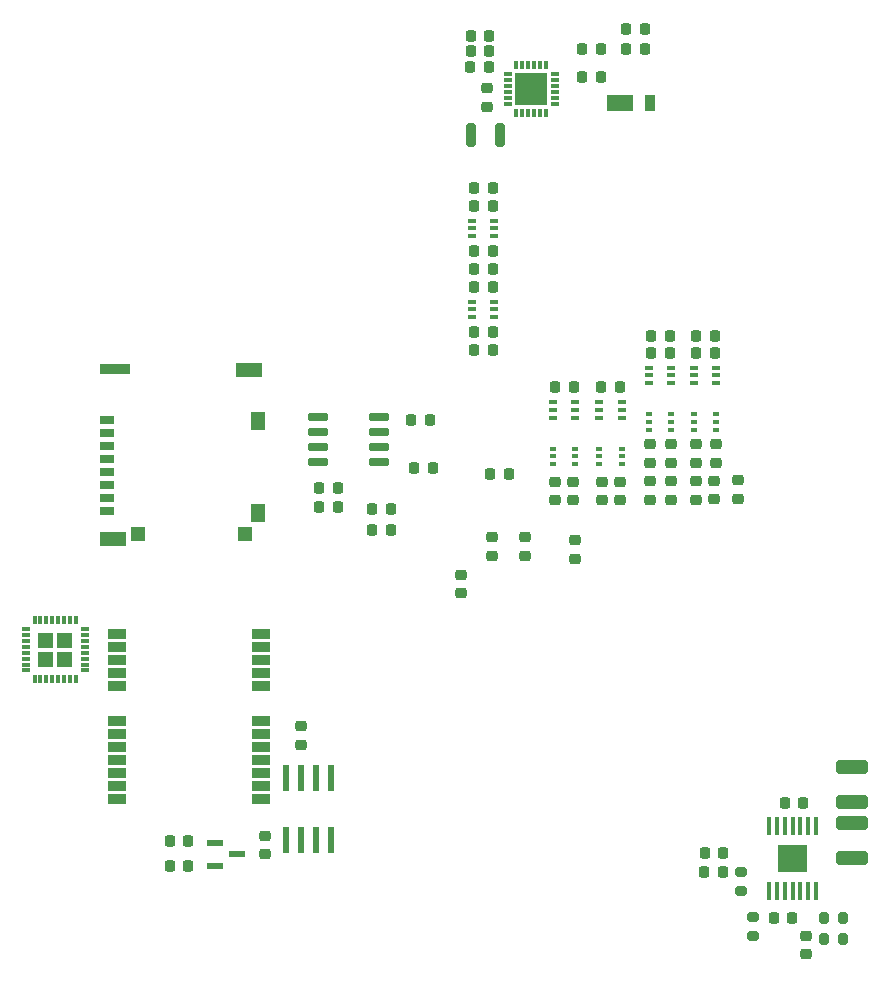
<source format=gbp>
%TF.GenerationSoftware,KiCad,Pcbnew,(6.0.5)*%
%TF.CreationDate,2022-08-04T22:39:57-07:00*%
%TF.ProjectId,mainboard,6d61696e-626f-4617-9264-2e6b69636164,rev?*%
%TF.SameCoordinates,Original*%
%TF.FileFunction,Paste,Bot*%
%TF.FilePolarity,Positive*%
%FSLAX46Y46*%
G04 Gerber Fmt 4.6, Leading zero omitted, Abs format (unit mm)*
G04 Created by KiCad (PCBNEW (6.0.5)) date 2022-08-04 22:39:57*
%MOMM*%
%LPD*%
G01*
G04 APERTURE LIST*
G04 Aperture macros list*
%AMRoundRect*
0 Rectangle with rounded corners*
0 $1 Rounding radius*
0 $2 $3 $4 $5 $6 $7 $8 $9 X,Y pos of 4 corners*
0 Add a 4 corners polygon primitive as box body*
4,1,4,$2,$3,$4,$5,$6,$7,$8,$9,$2,$3,0*
0 Add four circle primitives for the rounded corners*
1,1,$1+$1,$2,$3*
1,1,$1+$1,$4,$5*
1,1,$1+$1,$6,$7*
1,1,$1+$1,$8,$9*
0 Add four rect primitives between the rounded corners*
20,1,$1+$1,$2,$3,$4,$5,0*
20,1,$1+$1,$4,$5,$6,$7,0*
20,1,$1+$1,$6,$7,$8,$9,0*
20,1,$1+$1,$8,$9,$2,$3,0*%
G04 Aperture macros list end*
%ADD10R,1.625600X0.812800*%
%ADD11R,0.762000X0.304800*%
%ADD12R,0.304800X0.762000*%
%ADD13RoundRect,0.218750X-0.218750X-0.256250X0.218750X-0.256250X0.218750X0.256250X-0.218750X0.256250X0*%
%ADD14RoundRect,0.218750X0.256250X-0.218750X0.256250X0.218750X-0.256250X0.218750X-0.256250X-0.218750X0*%
%ADD15RoundRect,0.218750X-0.256250X0.218750X-0.256250X-0.218750X0.256250X-0.218750X0.256250X0.218750X0*%
%ADD16R,0.609600X2.209800*%
%ADD17R,1.320800X0.558800*%
%ADD18R,1.240000X0.800000*%
%ADD19R,1.200000X1.160000*%
%ADD20R,2.500000X0.950000*%
%ADD21R,2.200000X1.150000*%
%ADD22R,1.150000X1.500000*%
%ADD23R,1.250000X1.160000*%
%ADD24RoundRect,0.218750X0.218750X0.256250X-0.218750X0.256250X-0.218750X-0.256250X0.218750X-0.256250X0*%
%ADD25RoundRect,0.150000X-0.725000X-0.150000X0.725000X-0.150000X0.725000X0.150000X-0.725000X0.150000X0*%
%ADD26R,0.300000X0.800000*%
%ADD27R,0.800000X0.300000*%
%ADD28R,2.800000X2.800000*%
%ADD29RoundRect,0.177600X-0.222400X-0.822400X0.222400X-0.822400X0.222400X0.822400X-0.222400X0.822400X0*%
%ADD30R,0.600000X0.400000*%
%ADD31R,0.650000X0.400000*%
%ADD32R,0.900000X1.400000*%
%ADD33R,2.200000X1.400000*%
%ADD34RoundRect,0.225000X0.225000X0.250000X-0.225000X0.250000X-0.225000X-0.250000X0.225000X-0.250000X0*%
%ADD35RoundRect,0.250000X1.100000X-0.325000X1.100000X0.325000X-1.100000X0.325000X-1.100000X-0.325000X0*%
%ADD36RoundRect,0.250000X-1.100000X0.325000X-1.100000X-0.325000X1.100000X-0.325000X1.100000X0.325000X0*%
%ADD37RoundRect,0.225000X-0.225000X-0.250000X0.225000X-0.250000X0.225000X0.250000X-0.225000X0.250000X0*%
%ADD38RoundRect,0.225000X-0.250000X0.225000X-0.250000X-0.225000X0.250000X-0.225000X0.250000X0.225000X0*%
%ADD39RoundRect,0.200000X-0.275000X0.200000X-0.275000X-0.200000X0.275000X-0.200000X0.275000X0.200000X0*%
%ADD40RoundRect,0.200000X-0.200000X-0.275000X0.200000X-0.275000X0.200000X0.275000X-0.200000X0.275000X0*%
%ADD41RoundRect,0.200000X0.200000X0.275000X-0.200000X0.275000X-0.200000X-0.275000X0.200000X-0.275000X0*%
%ADD42R,0.304800X1.600200*%
%ADD43R,2.460000X2.310000*%
G04 APERTURE END LIST*
G36*
X111948378Y-113628150D02*
G01*
X110648378Y-113628150D01*
X110648378Y-112328150D01*
X111948378Y-112328150D01*
X111948378Y-113628150D01*
G37*
G36*
X113548378Y-113628150D02*
G01*
X112248378Y-113628150D01*
X112248378Y-112328150D01*
X113548378Y-112328150D01*
X113548378Y-113628150D01*
G37*
G36*
X111948378Y-115228150D02*
G01*
X110648378Y-115228150D01*
X110648378Y-113928150D01*
X111948378Y-113928150D01*
X111948378Y-115228150D01*
G37*
G36*
X113548378Y-115228150D02*
G01*
X112248378Y-115228150D01*
X112248378Y-113928150D01*
X113548378Y-113928150D01*
X113548378Y-115228150D01*
G37*
G36*
X175753400Y-132625400D02*
G01*
X173293400Y-132625400D01*
X173293400Y-130315400D01*
X175753400Y-130315400D01*
X175753400Y-132625400D01*
G37*
D10*
X117307062Y-126446543D03*
X117307062Y-125346543D03*
X117307062Y-124246543D03*
X117307062Y-123146543D03*
X117307062Y-122046543D03*
X117307062Y-120946543D03*
X117307062Y-119846543D03*
X117307062Y-116846543D03*
X117307062Y-115746543D03*
X117307062Y-114646543D03*
X117307062Y-113546543D03*
X117307062Y-112446543D03*
X129507062Y-112446543D03*
X129507062Y-113546543D03*
X129507062Y-114646543D03*
X129507062Y-115746543D03*
X129507062Y-116846543D03*
X129507062Y-119846543D03*
X129507062Y-120946543D03*
X129507062Y-122046543D03*
X129507062Y-123146543D03*
X129507062Y-124246543D03*
X129507062Y-125346543D03*
X129507062Y-126446543D03*
D11*
X114598378Y-112028150D03*
X114598378Y-112528150D03*
X114598378Y-113028150D03*
X114598378Y-113528150D03*
X114598378Y-114028150D03*
X114598378Y-114528150D03*
X114598378Y-115028150D03*
X114598378Y-115528150D03*
D12*
X113848378Y-116278150D03*
X113348378Y-116278150D03*
X112848378Y-116278150D03*
X112348378Y-116278150D03*
X111848378Y-116278150D03*
X111348378Y-116278150D03*
X110848378Y-116278150D03*
X110348378Y-116278150D03*
D11*
X109598378Y-115528150D03*
X109598378Y-115028150D03*
X109598378Y-114528150D03*
X109598378Y-114028150D03*
X109598378Y-113528150D03*
X109598378Y-113028150D03*
X109598378Y-112528150D03*
X109598378Y-112028150D03*
D12*
X110348378Y-111278150D03*
X110848378Y-111278150D03*
X111348378Y-111278150D03*
X111848378Y-111278150D03*
X112348378Y-111278150D03*
X112848378Y-111278150D03*
X113348378Y-111278150D03*
X113848378Y-111278150D03*
D13*
X134467500Y-100076000D03*
X136042500Y-100076000D03*
D14*
X151892000Y-105816500D03*
X151892000Y-104241500D03*
X149098000Y-105816500D03*
X149098000Y-104241500D03*
D15*
X164211000Y-99501696D03*
X164211000Y-101076696D03*
D16*
X135445500Y-129870200D03*
X134175500Y-129870200D03*
X132905500Y-129870200D03*
X131635500Y-129870200D03*
X131635500Y-124637800D03*
X132905500Y-124637800D03*
X134175500Y-124637800D03*
X135445500Y-124637800D03*
D13*
X121802100Y-132128096D03*
X123377100Y-132128096D03*
X121802100Y-129969096D03*
X123377100Y-129969096D03*
D15*
X129857500Y-129514500D03*
X129857500Y-131089500D03*
D17*
X125650300Y-132064596D03*
X125650300Y-130159596D03*
X127529900Y-131112096D03*
D13*
X142214500Y-94361000D03*
X143789500Y-94361000D03*
X142468500Y-98425000D03*
X144043500Y-98425000D03*
D18*
X116517500Y-94318500D03*
X116517500Y-95418500D03*
X116517500Y-96518500D03*
X116517500Y-97618500D03*
X116517500Y-98718500D03*
X116517500Y-99818500D03*
X116517500Y-100918500D03*
X116517500Y-102018500D03*
D19*
X128147500Y-103958500D03*
D20*
X117147500Y-89973500D03*
D21*
X116997500Y-104363500D03*
X128477500Y-90073500D03*
D22*
X129272500Y-94378500D03*
X129272500Y-102158500D03*
D23*
X119147500Y-103958500D03*
D15*
X146431000Y-107416500D03*
X146431000Y-108991500D03*
D24*
X140487500Y-101854000D03*
X138912500Y-101854000D03*
D25*
X134331000Y-97917000D03*
X134331000Y-96647000D03*
X134331000Y-95377000D03*
X134331000Y-94107000D03*
X139481000Y-94107000D03*
X139481000Y-95377000D03*
X139481000Y-96647000D03*
X139481000Y-97917000D03*
D13*
X147269100Y-61798200D03*
X148844100Y-61798200D03*
D26*
X151150000Y-64294000D03*
X151650000Y-64294000D03*
X152150000Y-64294000D03*
X152650000Y-64294000D03*
X153150000Y-64294000D03*
X153650000Y-64294000D03*
D27*
X154400000Y-65044000D03*
X154400000Y-65544000D03*
X154400000Y-66044000D03*
X154400000Y-66544000D03*
X154400000Y-67044000D03*
X154400000Y-67544000D03*
D26*
X153650000Y-68294000D03*
X153150000Y-68294000D03*
X152650000Y-68294000D03*
X152150000Y-68294000D03*
X151650000Y-68294000D03*
X151150000Y-68294000D03*
D27*
X150400000Y-67544000D03*
X150400000Y-67044000D03*
X150400000Y-66544000D03*
X150400000Y-66044000D03*
X150400000Y-65544000D03*
X150400000Y-65044000D03*
D28*
X152400000Y-66294000D03*
D24*
X158267500Y-65278000D03*
X156692500Y-65278000D03*
D14*
X148666200Y-67818100D03*
X148666200Y-66243100D03*
D24*
X162001300Y-62941200D03*
X160426300Y-62941200D03*
X148818700Y-64414400D03*
X147243700Y-64414400D03*
D13*
X156692500Y-62941200D03*
X158267500Y-62941200D03*
D24*
X148844100Y-63093600D03*
X147269100Y-63093600D03*
D15*
X162433000Y-99501696D03*
X162433000Y-101076696D03*
X156083000Y-104495500D03*
X156083000Y-106070500D03*
D13*
X148945500Y-98933000D03*
X150520500Y-98933000D03*
D24*
X162001300Y-61214000D03*
X160426300Y-61214000D03*
D29*
X147320000Y-70231000D03*
X149720000Y-70231000D03*
D13*
X147548500Y-83058000D03*
X149123500Y-83058000D03*
D15*
X159893000Y-99542500D03*
X159893000Y-101117500D03*
X164211000Y-96367500D03*
X164211000Y-97942500D03*
X168021000Y-96367500D03*
X168021000Y-97942500D03*
D30*
X158181000Y-98059000D03*
X158181000Y-97409000D03*
X158181000Y-96759000D03*
X160081000Y-96759000D03*
X160081000Y-97409000D03*
X160081000Y-98059000D03*
D31*
X166182000Y-91201000D03*
X166182000Y-90551000D03*
X166182000Y-89901000D03*
X168082000Y-89901000D03*
X168082000Y-90551000D03*
X168082000Y-91201000D03*
D30*
X166182000Y-95138000D03*
X166182000Y-94488000D03*
X166182000Y-93838000D03*
X168082000Y-93838000D03*
X168082000Y-94488000D03*
X168082000Y-95138000D03*
D13*
X147548500Y-88392000D03*
X149123500Y-88392000D03*
D24*
X149123500Y-81534000D03*
X147548500Y-81534000D03*
X149123500Y-74676000D03*
X147548500Y-74676000D03*
D13*
X147548500Y-76200000D03*
X149123500Y-76200000D03*
X154406500Y-91567000D03*
X155981500Y-91567000D03*
D14*
X158369000Y-101117500D03*
X158369000Y-99542500D03*
D13*
X162534500Y-87249000D03*
X164109500Y-87249000D03*
X166344500Y-87249000D03*
X167919500Y-87249000D03*
X162534500Y-88646000D03*
X164109500Y-88646000D03*
X166344500Y-88646000D03*
X167919500Y-88646000D03*
D14*
X166370000Y-97942500D03*
X166370000Y-96367500D03*
D31*
X162372000Y-91201000D03*
X162372000Y-90551000D03*
X162372000Y-89901000D03*
X164272000Y-89901000D03*
X164272000Y-90551000D03*
X164272000Y-91201000D03*
D30*
X162372000Y-95138000D03*
X162372000Y-94488000D03*
X162372000Y-93838000D03*
X164272000Y-93838000D03*
X164272000Y-94488000D03*
X164272000Y-95138000D03*
D31*
X158181000Y-94122000D03*
X158181000Y-93472000D03*
X158181000Y-92822000D03*
X160081000Y-92822000D03*
X160081000Y-93472000D03*
X160081000Y-94122000D03*
D14*
X155956000Y-101117500D03*
X155956000Y-99542500D03*
D30*
X154244000Y-98059000D03*
X154244000Y-97409000D03*
X154244000Y-96759000D03*
X156144000Y-96759000D03*
X156144000Y-97409000D03*
X156144000Y-98059000D03*
D15*
X154432000Y-99542500D03*
X154432000Y-101117500D03*
D13*
X158343500Y-91567000D03*
X159918500Y-91567000D03*
D14*
X162433000Y-97942500D03*
X162433000Y-96367500D03*
D15*
X166370000Y-99504400D03*
X166370000Y-101079400D03*
X167894000Y-99479000D03*
X167894000Y-101054000D03*
D14*
X169926000Y-100990500D03*
X169926000Y-99415500D03*
D32*
X162486000Y-67500500D03*
D33*
X159936000Y-67500500D03*
D31*
X147386000Y-78755000D03*
X147386000Y-78105000D03*
X147386000Y-77455000D03*
X149286000Y-77455000D03*
X149286000Y-78105000D03*
X149286000Y-78755000D03*
X147386000Y-85613000D03*
X147386000Y-84963000D03*
X147386000Y-84313000D03*
X149286000Y-84313000D03*
X149286000Y-84963000D03*
X149286000Y-85613000D03*
D24*
X149123500Y-80010000D03*
X147548500Y-80010000D03*
D13*
X147548500Y-86868000D03*
X149123500Y-86868000D03*
D31*
X154244000Y-94122000D03*
X154244000Y-93472000D03*
X154244000Y-92822000D03*
X156144000Y-92822000D03*
X156144000Y-93472000D03*
X156144000Y-94122000D03*
D13*
X138912500Y-103632000D03*
X140487500Y-103632000D03*
X134467500Y-101727000D03*
X136042500Y-101727000D03*
D15*
X132905500Y-120243500D03*
X132905500Y-121818500D03*
D34*
X168631200Y-130962400D03*
X167081200Y-130962400D03*
X168618200Y-132588000D03*
X167068200Y-132588000D03*
D35*
X179578000Y-126697000D03*
X179578000Y-123747000D03*
D36*
X179578000Y-128446000D03*
X179578000Y-131396000D03*
D37*
X173850000Y-126746000D03*
X175400000Y-126746000D03*
D34*
X174485600Y-136448800D03*
X172935600Y-136448800D03*
D38*
X175641000Y-138010600D03*
X175641000Y-139560600D03*
D39*
X170154600Y-132575800D03*
X170154600Y-134225800D03*
D40*
X177152800Y-136499600D03*
X178802800Y-136499600D03*
D41*
X178802800Y-138277600D03*
X177152800Y-138277600D03*
D39*
X171170600Y-136385800D03*
X171170600Y-138035800D03*
D42*
X176473434Y-134239000D03*
X175823421Y-134239000D03*
X175173412Y-134239000D03*
X174523400Y-134239000D03*
X173873388Y-134239000D03*
X173223379Y-134239000D03*
X172573366Y-134239000D03*
X172573366Y-128701800D03*
X173223379Y-128701800D03*
X173873388Y-128701800D03*
X174523400Y-128701800D03*
X175173412Y-128701800D03*
X175823421Y-128701800D03*
X176473434Y-128701800D03*
D43*
X174523400Y-131470400D03*
M02*

</source>
